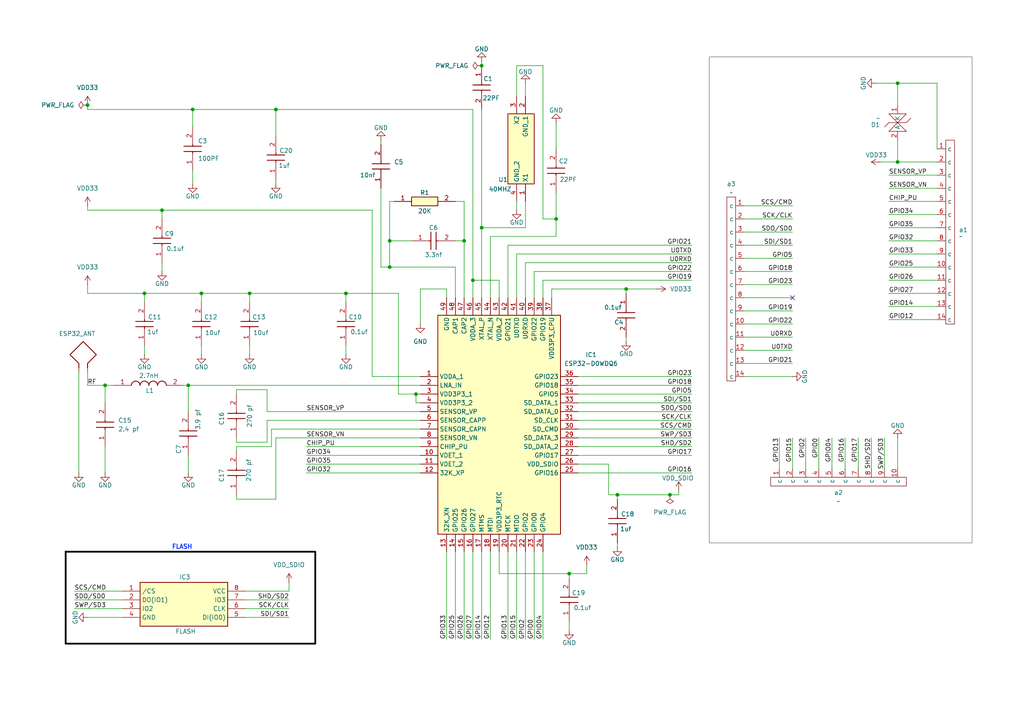
<source format=kicad_sch>
(kicad_sch (version 20231120) (generator "eeschema") (generator_version "8.0")
  (paper "A4")
  (title_block (title "ESP32") (date "2025-01-21") (rev "1/1") (company "SURE TRUST") (comment 1 "ESP32_D0WD_V3"))
  (junction (at 260.35 46.99))
  (junction (at 100.33 85.09))
  (junction (at 181.61 83.82))
  (junction (at 113.03 77.47))
  (junction (at 41.91 85.09))
  (junction (at 179.07 143.51))
  (junction (at 25.4 30.48))
  (junction (at 139.7 19.05))
  (junction (at 137.16 81.28))
  (junction (at 54.61 111.76))
  (junction (at 46.99 60.96))
  (junction (at 161.29 63.5))
  (junction (at 139.7 66.04))
  (junction (at 260.35 24.13))
  (junction (at 80.01 31.75))
  (junction (at 194.31 143.51))
  (junction (at 120.65 114.3))
  (junction (at 134.62 69.85))
  (junction (at 30.48 111.76))
  (junction (at 58.42 85.09))
  (junction (at 72.39 85.09))
  (junction (at 165.1 166.37))
  (junction (at 113.03 69.85))
  (junction (at 55.88 31.75))
  (no_connect (at 229.87 86.36))
  (wire (pts (xy 58.42 100.33) (xy 58.42 102.87)))
  (wire (pts (xy 176.53 134.62) (xy 176.53 143.51)))
  (wire (pts (xy 215.9 101.6) (xy 229.87 101.6)))
  (wire (pts (xy 113.03 69.85) (xy 113.03 77.47)))
  (wire (pts (xy 107.95 109.22) (xy 121.92 109.22)))
  (wire (pts (xy 154.94 160.02) (xy 154.94 185.42)))
  (wire (pts (xy 154.94 86.36) (xy 154.94 78.74)))
  (wire (pts (xy 129.54 185.42) (xy 129.54 160.02)))
  (wire (pts (xy 152.4 66.04) (xy 152.4 58.42)))
  (wire (pts (xy 215.9 86.36) (xy 229.87 86.36)))
  (wire (pts (xy 157.48 63.5) (xy 161.29 63.5)))
  (wire (pts (xy 144.78 81.28) (xy 137.16 81.28)))
  (wire (pts (xy 257.81 58.42) (xy 271.78 58.42)))
  (wire (pts (xy 167.64 109.22) (xy 200.66 109.22)))
  (wire (pts (xy 77.47 119.38) (xy 77.47 113.03)))
  (wire (pts (xy 72.39 87.63) (xy 72.39 85.09)))
  (wire (pts (xy 121.92 83.82) (xy 121.92 93.98)))
  (wire (pts (xy 226.06 127) (xy 226.06 135.89)))
  (wire (pts (xy 134.62 58.42) (xy 132.08 58.42)))
  (wire (pts (xy 257.81 92.71) (xy 271.78 92.71)))
  (wire (pts (xy 260.35 127) (xy 260.35 135.89)))
  (wire (pts (xy 41.91 85.09) (xy 41.91 87.63)))
  (wire (pts (xy 113.03 58.42) (xy 113.03 69.85)))
  (wire (pts (xy 71.12 173.99) (xy 83.82 173.99)))
  (wire (pts (xy 149.86 27.94) (xy 149.86 19.05)))
  (wire (pts (xy 152.4 86.36) (xy 152.4 76.2)))
  (wire (pts (xy 165.1 180.34) (xy 165.1 182.88)))
  (wire (pts (xy 147.32 71.12) (xy 200.66 71.12)))
  (wire (pts (xy 30.48 111.76) (xy 33.02 111.76)))
  (wire (pts (xy 167.64 127) (xy 200.66 127)))
  (wire (pts (xy 137.16 81.28) (xy 137.16 86.36)))
  (wire (pts (xy 252.73 127) (xy 252.73 135.89)))
  (wire (pts (xy 78.74 124.46) (xy 121.92 124.46)))
  (wire (pts (xy 58.42 85.09) (xy 72.39 85.09)))
  (wire (pts (xy 142.24 68.58) (xy 142.24 86.36)))
  (wire (pts (xy 179.07 143.51) (xy 194.31 143.51)))
  (wire (pts (xy 137.16 31.75) (xy 137.16 81.28)))
  (wire (pts (xy 120.65 116.84) (xy 120.65 114.3)))
  (wire (pts (xy 25.4 111.76) (xy 30.48 111.76)))
  (wire (pts (xy 129.54 83.82) (xy 129.54 86.36)))
  (wire (pts (xy 41.91 85.09) (xy 25.4 85.09)))
  (wire (pts (xy 25.4 82.55) (xy 25.4 85.09)))
  (wire (pts (xy 77.47 128.27) (xy 77.47 121.92)))
  (wire (pts (xy 46.99 76.2) (xy 46.99 78.74)))
  (wire (pts (xy 161.29 63.5) (xy 161.29 68.58)))
  (wire (pts (xy 78.74 129.54) (xy 78.74 124.46)))
  (wire (pts (xy 152.4 24.13) (xy 152.4 27.94)))
  (wire (pts (xy 215.9 93.98) (xy 229.87 93.98)))
  (wire (pts (xy 167.64 134.62) (xy 176.53 134.62)))
  (wire (pts (xy 257.81 85.09) (xy 271.78 85.09)))
  (wire (pts (xy 257.81 66.04) (xy 271.78 66.04)))
  (wire (pts (xy 80.01 31.75) (xy 137.16 31.75)))
  (wire (pts (xy 167.64 124.46) (xy 200.66 124.46)))
  (wire (pts (xy 68.58 113.03) (xy 68.58 114.3)))
  (wire (pts (xy 152.4 76.2) (xy 200.66 76.2)))
  (wire (pts (xy 25.4 31.75) (xy 25.4 30.48)))
  (wire (pts (xy 30.48 111.76) (xy 30.48 116.84)))
  (wire (pts (xy 257.81 77.47) (xy 271.78 77.47)))
  (wire (pts (xy 142.24 160.02) (xy 142.24 185.42)))
  (wire (pts (xy 58.42 85.09) (xy 58.42 87.63)))
  (wire (pts (xy 41.91 100.33) (xy 41.91 102.87)))
  (wire (pts (xy 167.64 132.08) (xy 200.66 132.08)))
  (wire (pts (xy 215.9 67.31) (xy 229.87 67.31)))
  (wire (pts (xy 167.64 114.3) (xy 200.66 114.3)))
  (wire (pts (xy 271.78 43.18) (xy 271.78 24.13)))
  (wire (pts (xy 55.88 31.75) (xy 55.88 36.83)))
  (wire (pts (xy 134.62 160.02) (xy 134.62 185.42)))
  (wire (pts (xy 181.61 83.82) (xy 181.61 85.09)))
  (wire (pts (xy 25.4 31.75) (xy 55.88 31.75)))
  (wire (pts (xy 149.86 86.36) (xy 149.86 73.66)))
  (wire (pts (xy 46.99 60.96) (xy 107.95 60.96)))
  (wire (pts (xy 139.7 66.04) (xy 152.4 66.04)))
  (wire (pts (xy 139.7 19.05) (xy 139.7 17.78)))
  (wire (pts (xy 88.9 129.54) (xy 121.92 129.54)))
  (wire (pts (xy 80.01 52.07) (xy 80.01 53.34)))
  (wire (pts (xy 144.78 160.02) (xy 144.78 166.37)))
  (wire (pts (xy 233.68 127) (xy 233.68 135.89)))
  (wire (pts (xy 144.78 86.36) (xy 144.78 81.28)))
  (wire (pts (xy 167.64 137.16) (xy 200.66 137.16)))
  (wire (pts (xy 167.64 121.92) (xy 200.66 121.92)))
  (wire (pts (xy 215.9 63.5) (xy 229.87 63.5)))
  (wire (pts (xy 54.61 132.08) (xy 54.61 137.16)))
  (wire (pts (xy 147.32 86.36) (xy 147.32 71.12)))
  (wire (pts (xy 21.59 176.53) (xy 35.56 176.53)))
  (wire (pts (xy 139.7 160.02) (xy 139.7 185.42)))
  (wire (pts (xy 53.34 111.76) (xy 54.61 111.76)))
  (wire (pts (xy 25.4 107.95) (xy 25.4 111.76)))
  (wire (pts (xy 154.94 78.74) (xy 200.66 78.74)))
  (wire (pts (xy 256.54 127) (xy 256.54 135.89)))
  (wire (pts (xy 165.1 166.37) (xy 165.1 167.64)))
  (wire (pts (xy 161.29 35.56) (xy 161.29 43.18)))
  (wire (pts (xy 196.85 143.51) (xy 196.85 142.24)))
  (wire (pts (xy 257.81 73.66) (xy 271.78 73.66)))
  (wire (pts (xy 160.02 86.36) (xy 160.02 83.82)))
  (wire (pts (xy 181.61 83.82) (xy 190.5 83.82)))
  (wire (pts (xy 71.12 171.45) (xy 83.82 171.45)))
  (wire (pts (xy 167.64 129.54) (xy 200.66 129.54)))
  (wire (pts (xy 71.12 176.53) (xy 83.82 176.53)))
  (wire (pts (xy 22.86 107.95) (xy 22.86 137.16)))
  (wire (pts (xy 68.58 128.27) (xy 77.47 128.27)))
  (wire (pts (xy 129.54 83.82) (xy 121.92 83.82)))
  (wire (pts (xy 100.33 85.09) (xy 115.57 85.09)))
  (wire (pts (xy 132.08 69.85) (xy 134.62 69.85)))
  (wire (pts (xy 88.9 137.16) (xy 121.92 137.16)))
  (wire (pts (xy 21.59 171.45) (xy 35.56 171.45)))
  (wire (pts (xy 110.49 41.91) (xy 110.49 40.64)))
  (wire (pts (xy 110.49 77.47) (xy 110.49 54.61)))
  (wire (pts (xy 157.48 86.36) (xy 157.48 81.28)))
  (wire (pts (xy 215.9 109.22) (xy 229.87 109.22)))
  (wire (pts (xy 170.18 163.83) (xy 170.18 166.37)))
  (wire (pts (xy 68.58 144.78) (xy 68.58 143.51)))
  (wire (pts (xy 142.24 68.58) (xy 161.29 68.58)))
  (wire (pts (xy 21.59 173.99) (xy 35.56 173.99)))
  (wire (pts (xy 132.08 77.47) (xy 132.08 86.36)))
  (wire (pts (xy 46.99 60.96) (xy 46.99 63.5)))
  (wire (pts (xy 113.03 69.85) (xy 119.38 69.85)))
  (wire (pts (xy 181.61 97.79) (xy 181.61 99.06)))
  (wire (pts (xy 257.81 88.9) (xy 271.78 88.9)))
  (wire (pts (xy 157.48 19.05) (xy 157.48 63.5)))
  (wire (pts (xy 113.03 58.42) (xy 114.3 58.42)))
  (wire (pts (xy 147.32 160.02) (xy 147.32 185.42)))
  (wire (pts (xy 80.01 144.78) (xy 68.58 144.78)))
  (wire (pts (xy 77.47 113.03) (xy 68.58 113.03)))
  (wire (pts (xy 107.95 109.22) (xy 107.95 60.96)))
  (wire (pts (xy 215.9 78.74) (xy 229.87 78.74)))
  (wire (pts (xy 134.62 58.42) (xy 134.62 69.85)))
  (wire (pts (xy 255.27 46.99) (xy 260.35 46.99)))
  (wire (pts (xy 80.01 31.75) (xy 80.01 39.37)))
  (wire (pts (xy 54.61 111.76) (xy 54.61 119.38)))
  (wire (pts (xy 100.33 100.33) (xy 100.33 102.87)))
  (wire (pts (xy 257.81 81.28) (xy 271.78 81.28)))
  (wire (pts (xy 113.03 77.47) (xy 132.08 77.47)))
  (wire (pts (xy 88.9 134.62) (xy 121.92 134.62)))
  (wire (pts (xy 25.4 60.96) (xy 25.4 59.69)))
  (wire (pts (xy 215.9 59.69) (xy 229.87 59.69)))
  (wire (pts (xy 55.88 49.53) (xy 55.88 53.34)))
  (wire (pts (xy 241.3 127) (xy 241.3 135.89)))
  (wire (pts (xy 115.57 85.09) (xy 115.57 114.3)))
  (wire (pts (xy 149.86 58.42) (xy 149.86 60.96)))
  (wire (pts (xy 58.42 85.09) (xy 41.91 85.09)))
  (wire (pts (xy 260.35 40.64) (xy 260.35 46.99)))
  (wire (pts (xy 149.86 160.02) (xy 149.86 185.42)))
  (wire (pts (xy 257.81 62.23) (xy 271.78 62.23)))
  (wire (pts (xy 149.86 19.05) (xy 157.48 19.05)))
  (wire (pts (xy 110.49 77.47) (xy 113.03 77.47)))
  (wire (pts (xy 120.65 114.3) (xy 115.57 114.3)))
  (wire (pts (xy 167.64 116.84) (xy 200.66 116.84)))
  (wire (pts (xy 215.9 97.79) (xy 229.87 97.79)))
  (wire (pts (xy 245.11 127) (xy 245.11 135.89)))
  (wire (pts (xy 121.92 116.84) (xy 120.65 116.84)))
  (wire (pts (xy 25.4 179.07) (xy 35.56 179.07)))
  (wire (pts (xy 179.07 157.48) (xy 179.07 158.75)))
  (wire (pts (xy 80.01 127) (xy 121.92 127)))
  (wire (pts (xy 215.9 71.12) (xy 229.87 71.12)))
  (wire (pts (xy 77.47 119.38) (xy 121.92 119.38)))
  (wire (pts (xy 55.88 31.75) (xy 80.01 31.75)))
  (wire (pts (xy 100.33 85.09) (xy 100.33 87.63)))
  (wire (pts (xy 161.29 55.88) (xy 161.29 63.5)))
  (wire (pts (xy 149.86 73.66) (xy 200.66 73.66)))
  (wire (pts (xy 248.92 127) (xy 248.92 135.89)))
  (wire (pts (xy 165.1 166.37) (xy 170.18 166.37)))
  (wire (pts (xy 157.48 160.02) (xy 157.48 185.42)))
  (wire (pts (xy 215.9 82.55) (xy 229.87 82.55)))
  (wire (pts (xy 167.64 119.38) (xy 200.66 119.38)))
  (wire (pts (xy 260.35 24.13) (xy 271.78 24.13)))
  (wire (pts (xy 260.35 46.99) (xy 271.78 46.99)))
  (wire (pts (xy 160.02 83.82) (xy 181.61 83.82)))
  (wire (pts (xy 257.81 54.61) (xy 271.78 54.61)))
  (wire (pts (xy 68.58 128.27) (xy 68.58 127)))
  (wire (pts (xy 194.31 143.51) (xy 196.85 143.51)))
  (wire (pts (xy 72.39 100.33) (xy 72.39 102.87)))
  (wire (pts (xy 215.9 90.17) (xy 229.87 90.17)))
  (wire (pts (xy 167.64 111.76) (xy 200.66 111.76)))
  (wire (pts (xy 257.81 50.8) (xy 271.78 50.8)))
  (wire (pts (xy 25.4 60.96) (xy 46.99 60.96)))
  (wire (pts (xy 139.7 66.04) (xy 139.7 86.36)))
  (wire (pts (xy 176.53 143.51) (xy 179.07 143.51)))
  (wire (pts (xy 120.65 114.3) (xy 121.92 114.3)))
  (wire (pts (xy 88.9 132.08) (xy 121.92 132.08)))
  (wire (pts (xy 157.48 81.28) (xy 200.66 81.28)))
  (wire (pts (xy 134.62 69.85) (xy 134.62 86.36)))
  (wire (pts (xy 229.87 127) (xy 229.87 135.89)))
  (wire (pts (xy 132.08 185.42) (xy 132.08 160.02)))
  (wire (pts (xy 257.81 69.85) (xy 271.78 69.85)))
  (wire (pts (xy 139.7 66.04) (xy 139.7 31.75)))
  (wire (pts (xy 83.82 168.91) (xy 83.82 171.45)))
  (wire (pts (xy 71.12 179.07) (xy 83.82 179.07)))
  (wire (pts (xy 68.58 129.54) (xy 78.74 129.54)))
  (wire (pts (xy 152.4 160.02) (xy 152.4 185.42)))
  (wire (pts (xy 254 24.13) (xy 260.35 24.13)))
  (wire (pts (xy 215.9 105.41) (xy 229.87 105.41)))
  (wire (pts (xy 77.47 121.92) (xy 121.92 121.92)))
  (wire (pts (xy 68.58 130.81) (xy 68.58 129.54)))
  (wire (pts (xy 80.01 127) (xy 80.01 144.78)))
  (wire (pts (xy 237.49 127) (xy 237.49 135.89)))
  (wire (pts (xy 30.48 129.54) (xy 30.48 137.16)))
  (wire (pts (xy 260.35 24.13) (xy 260.35 30.48)))
  (wire (pts (xy 72.39 85.09) (xy 100.33 85.09)))
  (wire (pts (xy 137.16 160.02) (xy 137.16 185.42)))
  (wire (pts (xy 215.9 74.93) (xy 229.87 74.93)))
  (wire (pts (xy 144.78 166.37) (xy 165.1 166.37)))
  (wire (pts (xy 179.07 143.51) (xy 179.07 144.78)))
  (wire (pts (xy 54.61 111.76) (xy 121.92 111.76)))
  (rectangle (start 205.74 16.51) (end 281.94 157.48) (stroke (width 0.0254) (color 0 0 0 1)))
  (rectangle (start 19.05 160.02) (end 91.44 186.69) (stroke (width 0.508) (color 4 0 0 1)))
  (text "FLASH" (at 52.832 158.75 0) (effects (font (size 1.27 1.27) (thickness 0.254) (bold yes))))
  (label "SENSOR_VN" (at 257.81 54.61 0))
  (label "SWP{slash}SD3" (at 256.54 127 270))
  (label "GPIO04" (at 241.3 127 270))
  (label "SDI{slash}SD1" (at 229.87 71.12 180))
  (label "GPIO14" (at 139.7 185.42 90))
  (label "GPIO32" (at 88.9 137.16 0))
  (label "GPIO27" (at 137.16 185.42 90))
  (label "SCS{slash}CMD" (at 21.59 171.45 0))
  (label "SDI{slash}SD1" (at 83.82 179.07 180))
  (label "SWP{slash}SD3" (at 200.66 127 180))
  (label "GPIO13" (at 147.32 185.42 90))
  (label "GPIO33" (at 129.54 185.42 90))
  (label "GPIO15" (at 149.86 185.42 90))
  (label "GPIO17" (at 248.92 127 270))
  (label "GPIO14" (at 257.81 88.9 0))
  (label "SENSOR_VP" (at 88.9 119.38 0))
  (label "GPIO16" (at 200.66 137.16 180))
  (label "GPIO26" (at 257.81 81.28 0))
  (label "GPIO17" (at 200.66 132.08 180))
  (label "SENSOR_VN" (at 88.9 127 0))
  (label "GPIO21" (at 229.87 105.41 180))
  (label "SCK{slash}CLK" (at 229.87 63.5 180))
  (label "GPIO13" (at 226.06 127 270))
  (label "GPIO25" (at 132.08 185.42 90))
  (label "GPIO5" (at 200.66 114.3 180))
  (label "GPIO27" (at 257.81 85.09 0))
  (label "SHD{slash}SD2" (at 200.66 129.54 180))
  (label "GPIO34" (at 88.9 132.08 0))
  (label "GPIO35" (at 88.9 134.62 0))
  (label "GPIO22" (at 200.66 78.74 180))
  (label "GPIO0" (at 237.49 127 270))
  (label "SDO{slash}SD0" (at 21.59 173.99 0))
  (label "GPIO33" (at 257.81 73.66 0))
  (label "SWP{slash}SD3" (at 21.59 176.53 0))
  (label "RF" (at 25.4 111.76 0))
  (label "CHIP_PU" (at 257.81 58.42 0))
  (label "CHIP_PU" (at 88.9 129.54 0))
  (label "GPIO0" (at 154.94 185.42 90))
  (label "GPIO15" (at 229.87 127 270))
  (label "SDI{slash}SD1" (at 200.66 116.84 180))
  (label "SDO{slash}SD0" (at 229.87 67.31 180))
  (label "GPIO34" (at 257.81 62.23 0))
  (label "U0RXD" (at 229.87 97.79 180))
  (label "GPIO12" (at 142.24 185.42 90))
  (label "GPIO18" (at 229.87 78.74 180))
  (label "GPIO32" (at 257.81 69.85 0))
  (label "SENSOR_VP" (at 257.81 50.8 0))
  (label "SCK{slash}CLK" (at 83.82 176.53 180))
  (label "SHD{slash}SD2" (at 252.73 127 270))
  (label "GPIO21" (at 200.66 71.12 180))
  (label "GPIO23" (at 200.66 109.22 180))
  (label "GPIO16" (at 245.11 127 270))
  (label "GPIO2" (at 233.68 127 270))
  (label "GPIO12" (at 257.81 92.71 0))
  (label "SDO{slash}SD0" (at 200.66 119.38 180))
  (label "U0TXD" (at 200.66 73.66 180))
  (label "GPIO22" (at 229.87 93.98 180))
  (label "U0RXD" (at 200.66 76.2 180))
  (label "GPIO2" (at 152.4 185.42 90))
  (label "GPIO18" (at 200.66 111.76 180))
  (label "GPIO19" (at 229.87 90.17 180))
  (label "SCS{slash}CMD" (at 200.66 124.46 180))
  (label "GPIO5" (at 229.87 74.93 180))
  (label "SHD{slash}SD2" (at 83.82 173.99 180))
  (label "GPIO35" (at 257.81 66.04 0))
  (label "GPIO25" (at 257.81 77.47 0))
  (label "GPIO19" (at 200.66 81.28 180))
  (label "SCS{slash}CMD" (at 229.87 59.69 180))
  (label "GPIO26" (at 134.62 185.42 90))
  (label "GPIO23" (at 229.87 82.55 180))
  (label "GPIO04" (at 157.48 185.42 90))
  (label "SCK{slash}CLK" (at 200.66 121.92 180))
  (label "U0TXD" (at 229.87 101.6 180))
  (symbol (lib_id "power:GND") (at 30.48 137.16 0) (unit 1)
    (property "Reference" "#PWR023" (effects (hide yes)))
    (property "Value" "GND" (at 30.48 140.716 0))
    (property "Description" "Power symbol creates a global label with name \"GND\" , ground" (effects (hide yes)))
  )
  (symbol (lib_id "power:GND") (at 80.01 53.34 0) (unit 1)
    (property "Reference" "#PWR09" (effects (hide yes)))
    (property "Value" "GND" (at 80.01 56.896 0))
    (property "Description" "Power symbol creates a global label with name \"GND\" , ground" (effects (hide yes)))
  )
  (symbol (lib_id "global symbol library:MSASJ021SB5103KWNA01") (at 110.49 54.61 90) (unit 1)
    (property "Reference" "C5" (at 114.3 46.9899 90) (effects (justify right)))
    (property "Value" "10nf" (at 104.394 50.8 90) (effects (justify right)))
    (property "Footprint" "global footprint library:MSASJ021SB5103KWNA01" (effects (hide yes)))
    (property "Datasheet" "https://ds.yuden.co.jp/TYCOMPAS/or/detail?pn=MSASJ021SB5103KWNA01&u=I" (effects (hide yes)))
    (property "Description" "Multilayer Ceramic Capacitors MLCC - SMD/SMT 6.3V 0.01uF X5R 00804 10%" (effects (hide yes)))
    (property "Height" "0.138" (effects (hide yes)))
    (property "Manufacturer_Name" "TAIYO YUDEN" (effects (hide yes)))
    (property "Manufacturer_Part_Number" "MSASJ021SB5103KWNA01" (effects (hide yes)))
  )
  (symbol (lib_id "Device:Antenna_Loop") (at 25.4 102.87 0) (mirror y) (unit 1)
    (property "Reference" "AE1" (effects (hide yes)))
    (property "Value" "ESP32_ANT" (at 27.686 96.774 0) (effects (justify left)))
    (property "Footprint" "global footprint library:ESP32_ANT" (effects (hide yes)))
    (property "Description" "Loop antenna" (effects (hide yes)))
  )
  (symbol (lib_id "power:GND") (at 110.49 40.64 180) (unit 1)
    (property "Reference" "#PWR022" (effects (hide yes)))
    (property "Value" "GND" (at 110.49 37.084 0))
    (property "Description" "Power symbol creates a global label with name \"GND\" , ground" (effects (hide yes)))
  )
  (symbol (lib_id "global symbol library:GRM033R71E271KA01D") (at 68.58 127 90) (unit 1)
    (property "Reference" "C16" (at 64.262 121.412 0))
    (property "Value" "270 pf" (at 72.39 120.65 0))
    (property "Footprint" "global footprint library:GRM033R71E271KA01D" (effects (hide yes)))
    (property "Datasheet" "https://search.murata.co.jp/Ceramy/image/img/A01X/G101/ENG/GRM033R71E271KA01-01A.pdf" (effects (hide yes)))
    (property "Description" "Chip Capacitor value 271" (effects (hide yes)))
    (property "Height" "0.33" (effects (hide yes)))
    (property "Manufacturer_Name" "Murata Electronics" (effects (hide yes)))
    (property "Manufacturer_Part_Number" "GRM033R71E271KA01D" (effects (hide yes)))
  )
  (symbol (lib_id "power:PWR_FLAG") (at 194.31 143.51 180) (unit 1)
    (property "Reference" "#FLG03" (effects (hide yes)))
    (property "Value" "PWR_FLAG" (at 194.31 148.59 0))
    (property "Description" "Special symbol for telling ERC where power comes from" (effects (hide yes)))
  )
  (symbol (lib_id "power:GND") (at 46.99 78.74 0) (unit 1)
    (property "Reference" "#PWR07" (effects (hide yes)))
    (property "Value" "GND" (at 46.99 82.296 0))
    (property "Description" "Power symbol creates a global label with name \"GND\" , ground" (effects (hide yes)))
  )
  (symbol (lib_id "global symbol library:GRM21BR61E106KA73L") (at 72.39 100.33 90) (unit 1)
    (property "Reference" "C13" (at 73.152 91.948 90) (effects (justify right)))
    (property "Value" "10uf" (at 73.406 96.52 90) (effects (justify right)))
    (property "Footprint" "global footprint library:GRM21BR61E106KA73L" (effects (hide yes)))
    (property "Datasheet" "https://search.murata.co.jp/Ceramy/image/img/A01X/G101/ENG/GRM21BR61E106KA73-01A.pdf" (effects (hide yes)))
    (property "Description" "Ceramic Capacitors MLCC 0805 10uF 25V Murata 0805 GRM 10uF Ceramic Multilayer Capacitor, 25 V dc, +85C, X5R Dielectric, +/-10% SMD" (effects (hide yes)))
    (property "Height" "1.45" (effects (hide yes)))
    (property "Manufacturer_Name" "Murata Electronics" (effects (hide yes)))
    (property "Manufacturer_Part_Number" "GRM21BR61E106KA73L" (effects (hide yes)))
    (property "Mouser Part Number" "81-GRM21BR61E106KA3L" (effects (hide yes)))
    (property "Mouser Price/Stock" "https://www.mouser.co.uk/ProductDetail/Murata-Electronics/GRM21BR61E106KA73L?qs=Uw8ySfEHS7LOsCQEzvRcNg%3D%3D" (effects (hide yes)))
    (property "Arrow Part Number" "GRM21BR61E106KA73L" (effects (hide yes)))
    (property "Arrow Price/Stock" "https://www.arrow.com/en/products/grm21br61e106ka73l/murata-manufacturing?utm_currency=USD&region=nac" (effects (hide yes)))
  )
  (symbol (lib_id "global symbol library:ESD3.3V88D-C") (at 260.35 35.56 90) (unit 1)
    (property "Reference" "D1" (at 255.27 36.1951 90) (effects (justify left)))
    (property "Value" "~" (at 255.27 34.29 90) (effects (justify left)))
    (property "Footprint" "global footprint library:ESD3.3V88D-C" (effects (hide yes)))
  )
  (symbol (lib_id "global symbol library:W25Q32JVSSIQ_TR") (at 35.56 171.45 0) (unit 1)
    (property "Reference" "IC3" (at 53.594 167.386 0))
    (property "Value" "FLASH" (at 53.848 183.134 0))
    (property "Footprint" "global footprint library:W25Q32JVSSIQ_TR" (effects (hide yes)))
    (property "Datasheet" "https://www.winbond.com/resource-files/w25q32jv%20spi%20revc%2008302016.pdf" (effects (hide yes)))
    (property "Description" "NOR Flash spiFlash, 32M-bit, DTR, 4Kb Uniform Sector" (effects (hide yes)))
    (property "Height" "2.16" (effects (hide yes)))
    (property "Manufacturer_Name" "Winbond" (effects (hide yes)))
    (property "Manufacturer_Part_Number" "W25Q32JVSSIQ TR" (effects (hide yes)))
    (property "Mouser Part Number" "454-W25Q32JVSSIQTR" (effects (hide yes)))
    (property "Mouser Price/Stock" "https://www.mouser.co.uk/ProductDetail/Winbond/W25Q32JVSSIQ-TR?qs=qSfuJ%252Bfl%2Fd73AdQzQa%2FEuA%3D%3D" (effects (hide yes)))
    (property "Arrow Part Number" "W25Q32JVSSIQ TR" (effects (hide yes)))
    (property "Arrow Price/Stock" "https://www.arrow.com/en/products/w25q32jvssiqtr/winbond-electronics?utm_currency=USD&region=nac" (effects (hide yes)))
  )
  (symbol (lib_id "power:VDD") (at 25.4 82.55 0) (unit 1)
    (property "Reference" "#PWR011" (effects (hide yes)))
    (property "Value" "VDD33" (at 25.4 77.47 0))
    (property "Description" "Power symbol creates a global label with name \"VDD\"" (effects (hide yes)))
  )
  (symbol (lib_id "power:GND") (at 165.1 182.88 0) (unit 1)
    (property "Reference" "#PWR018" (effects (hide yes)))
    (property "Value" "GND" (at 165.1 186.436 0))
    (property "Description" "Power symbol creates a global label with name \"GND\" , ground" (effects (hide yes)))
  )
  (symbol (lib_id "power:GND") (at 22.86 137.16 0) (unit 1)
    (property "Reference" "#PWR025" (effects (hide yes)))
    (property "Value" "GND" (at 22.86 140.716 0))
    (property "Description" "Power symbol creates a global label with name \"GND\" , ground" (effects (hide yes)))
  )
  (symbol (lib_id "global symbol library:ESP32-D0WDQ6") (at 121.92 109.22 0) (unit 1)
    (property "Reference" "IC1" (at 171.45 102.9014 0))
    (property "Value" "ESP32-D0WDQ6" (at 171.45 105.4414 0))
    (property "Footprint" "global footprint library:ESP32-D0WDQ6" (effects (hide yes)))
    (property "Datasheet" "https://www.espressif.com/sites/default/files/documentation/esp32_datasheet_en.pdf" (effects (hide yes)))
    (property "Description" "RF System on a Chip - SoC SMD IC ESP32-D0WDQ6, Dual Core MCU, WiFi & Bluetooth Combo, QFN48-pin, 6*6mm" (effects (hide yes)))
    (property "Height" "0.9" (effects (hide yes)))
    (property "Manufacturer_Name" "Espressif Systems" (effects (hide yes)))
    (property "Manufacturer_Part_Number" "ESP32-D0WDQ6" (effects (hide yes)))
    (property "Mouser Part Number" "356-ESP32-D0WDQ6" (effects (hide yes)))
    (property "Mouser Price/Stock" "https://www.mouser.co.uk/ProductDetail/Espressif-Systems/ESP32-D0WDQ6?qs=chTDxNqvsykWgzfXx0gR%252BQ%3D%3D" (effects (hide yes)))
  )
  (symbol (lib_id "power:GND") (at 254 24.13 270) (unit 1)
    (property "Reference" "#PWR029" (effects (hide yes)))
    (property "Value" "GND" (at 250.444 24.13 0))
    (property "Description" "Power symbol creates a global label with name \"GND\" , ground" (effects (hide yes)))
  )
  (symbol (lib_id "global symbol library:ERJ-XGNJ203Y") (at 114.3 58.42 0) (unit 1)
    (property "Reference" "R1" (at 123.19 55.88 0))
    (property "Value" "20K" (at 123.19 61.214 0))
    (property "Footprint" "global footprint library:ERJ-XGNJ203Y" (effects (hide yes)))
    (property "Datasheet" "https://industrial.panasonic.com/cdbs/www-data/pdf/RDA0000/AOA0000C301.pdf" (effects (hide yes)))
    (property "Description" "Thick Film Chip Resistor, 0201, 0.05W" (effects (hide yes)))
    (property "Height" "0.15" (effects (hide yes)))
    (property "Manufacturer_Name" "Panasonic" (effects (hide yes)))
    (property "Manufacturer_Part_Number" "ERJ-XGNJ203Y" (effects (hide yes)))
    (property "Mouser Part Number" "667-ERJ-XGNJ203Y" (effects (hide yes)))
    (property "Mouser Price/Stock" "https://www.mouser.co.uk/ProductDetail/Panasonic/ERJ-XGNJ203Y?qs=9gtMhpKs0nH2W24XOYxqvQ%3D%3D" (effects (hide yes)))
  )
  (symbol (lib_id "power:VDDA") (at 83.82 168.91 0) (unit 1)
    (property "Reference" "#PWR030" (effects (hide yes)))
    (property "Value" "VDD_SDIO" (at 83.82 163.83 0))
    (property "Description" "Power symbol creates a global label with name \"VDDA\"" (effects (hide yes)))
  )
  (symbol (lib_id "global symbol library:GRM033R60J105MEA2D") (at 179.07 157.48 90) (unit 1)
    (property "Reference" "C18" (at 180.086 149.098 90) (effects (justify right)))
    (property "Value" "1uf" (at 179.832 153.416 90) (effects (justify right)))
    (property "Footprint" "global footprint library:GRM033R60J105MEA2D" (effects (hide yes)))
    (property "Datasheet" "https://search.murata.co.jp/Ceramy/image/img/A01X/G101/ENG/GRM033R60J105MEA2-61A.pdf" (effects (hide yes)))
    (property "Description" "Capacitor MLCC GRM 0201 1uF 6.3V X5R Murata 0201 GRM 1uF Ceramic Multilayer Capacitor, 6.3 V, +85C, X5R Dielectric, +/-20% SMD" (effects (hide yes)))
    (property "Height" "0.33" (effects (hide yes)))
    (property "Manufacturer_Name" "Murata Electronics" (effects (hide yes)))
    (property "Manufacturer_Part_Number" "GRM033R60J105MEA2D" (effects (hide yes)))
    (property "Mouser Part Number" "81-GRM033R60J105ME2D" (effects (hide yes)))
    (property "Mouser Price/Stock" "https://www.mouser.co.uk/ProductDetail/Murata-Electronics/GRM033R60J105MEA2D?qs=07yfQVYDK7uCNboOI%2Fj8pQ%3D%3D" (effects (hide yes)))
    (property "Arrow Part Number" "GRM033R60J105MEA2D" (effects (hide yes)))
    (property "Arrow Price/Stock" "https://www.arrow.com/en/products/grm033r60j105mea2d/murata-manufacturing?region=nac" (effects (hide yes)))
  )
  (symbol (lib_id "power:VDD") (at 255.27 46.99 90) (unit 1)
    (property "Reference" "#PWR031" (effects (hide yes)))
    (property "Value" "VDD33" (at 257.302 44.958 90) (effects (justify left)))
    (property "Description" "Power symbol creates a global label with name \"VDD\"" (effects (hide yes)))
  )
  (symbol (lib_id "power:GND") (at 72.39 102.87 0) (unit 1)
    (property "Reference" "#PWR014" (effects (hide yes)))
    (property "Value" "GND" (at 72.39 106.426 0))
    (property "Description" "Power symbol creates a global label with name \"GND\" , ground" (effects (hide yes)))
  )
  (symbol (lib_id "global symbol library:GRM033C81E104KE14D") (at 181.61 85.09 270) (unit 1)
    (property "Reference" "C4" (at 180.848 93.472 90) (effects (justify right)))
    (property "Value" "0.1uf" (at 180.34 89.154 90) (effects (justify right)))
    (property "Footprint" "global footprint library:GRM033C81E104KE14D" (effects (hide yes)))
    (property "Datasheet" "https://search.murata.co.jp/Ceramy/image/img/A01X/G101/ENG/GRM033C81E104KE14-01A.pdf" (effects (hide yes)))
    (property "Description" "Multilayer Ceramic Capacitors MLCC - SMD/SMT 0201 0.10uF 25volts *Derate Voltage/Temp" (effects (hide yes)))
    (property "Height" "0.33" (effects (hide yes)))
    (property "Manufacturer_Name" "Murata Electronics" (effects (hide yes)))
    (property "Manufacturer_Part_Number" "GRM033C81E104KE14D" (effects (hide yes)))
    (property "Mouser Part Number" "81-GRM33C81E104KE14D" (effects (hide yes)))
    (property "Mouser Price/Stock" "https://www.mouser.co.uk/ProductDetail/Murata-Electronics/GRM033C81E104KE14D?qs=P%2FC4Eoq9CDwxe7d5nXqGrA%3D%3D" (effects (hide yes)))
    (property "Arrow Part Number" "GRM033C81E104KE14D" (effects (hide yes)))
    (property "Arrow Price/Stock" "https://www.arrow.com/en/products/grm033c81e104ke14d/murata-manufacturing" (effects (hide yes)))
  )
  (symbol (lib_id "power:GND") (at 181.61 99.06 0) (unit 1)
    (property "Reference" "#PWR017" (effects (hide yes)))
    (property "Value" "GND" (at 181.61 102.616 0))
    (property "Description" "Power symbol creates a global label with name \"GND\" , ground" (effects (hide yes)))
  )
  (symbol (lib_id "global symbol library:GRM0335C1H220JA01D") (at 139.7 19.05 270) (unit 1)
    (property "Reference" "C1" (at 140.208 22.86 90) (effects (justify left)))
    (property "Value" "22PF" (at 139.954 28.448 90) (effects (justify left)))
    (property "Footprint" "global footprint library:GRM0335C1H220JA01D" (effects (hide yes)))
    (property "Datasheet" "https://search.murata.co.jp/Ceramy/image/img/A01X/G101/ENG/GRM0335C1H220JA01-01A.pdf" (effects (hide yes)))
    (property "Description" "Murata 0201 GRM 22pF Ceramic Multilayer Capacitor, 50 V, +125C, C0G Dielectric, +/-5% SMD" (effects (hide yes)))
    (property "Height" "0.33" (effects (hide yes)))
    (property "Manufacturer_Name" "Murata Electronics" (effects (hide yes)))
    (property "Manufacturer_Part_Number" "GRM0335C1H220JA01D" (effects (hide yes)))
    (property "Mouser Part Number" "81-GRM0335C1H220JA1D" (effects (hide yes)))
    (property "Mouser Price/Stock" "https://www.mouser.co.uk/ProductDetail/Murata-Electronics/GRM0335C1H220JA01D?qs=WjGk7BNrzSHTRrKAPPVL5w%3D%3D" (effects (hide yes)))
    (property "Arrow Part Number" "GRM0335C1H220JA01D" (effects (hide yes)))
    (property "Arrow Price/Stock" "https://www.arrow.com/en/products/grm0335c1h220ja01d/murata-manufacturing" (effects (hide yes)))
  )
  (symbol (lib_id "power:PWR_FLAG") (at 139.7 19.05 90) (unit 1)
    (property "Reference" "#FLG02" (effects (hide yes)))
    (property "Value" "PWR_FLAG" (at 135.89 19.0499 90) (effects (justify left)))
    (property "Description" "Special symbol for telling ERC where power comes from" (effects (hide yes)))
  )
  (symbol (lib_id "global symbol library:GRM033C81E104KE14D") (at 46.99 76.2 90) (unit 1)
    (property "Reference" "C9" (at 47.752 67.818 90) (effects (justify right)))
    (property "Value" "0.1uf" (at 48.26 72.136 90) (effects (justify right)))
    (property "Footprint" "global footprint library:GRM033C81E104KE14D" (effects (hide yes)))
    (property "Datasheet" "https://search.murata.co.jp/Ceramy/image/img/A01X/G101/ENG/GRM033C81E104KE14-01A.pdf" (effects (hide yes)))
    (property "Description" "Multilayer Ceramic Capacitors MLCC - SMD/SMT 0201 0.10uF 25volts *Derate Voltage/Temp" (effects (hide yes)))
    (property "Height" "0.33" (effects (hide yes)))
    (property "Manufacturer_Name" "Murata Electronics" (effects (hide yes)))
    (property "Manufacturer_Part_Number" "GRM033C81E104KE14D" (effects (hide yes)))
    (property "Mouser Part Number" "81-GRM33C81E104KE14D" (effects (hide yes)))
    (property "Mouser Price/Stock" "https://www.mouser.co.uk/ProductDetail/Murata-Electronics/GRM033C81E104KE14D?qs=P%2FC4Eoq9CDwxe7d5nXqGrA%3D%3D" (effects (hide yes)))
    (property "Arrow Part Number" "GRM033C81E104KE14D" (effects (hide yes)))
    (property "Arrow Price/Stock" "https://www.arrow.com/en/products/grm033c81e104ke14d/murata-manufacturing" (effects (hide yes)))
  )
  (symbol (lib_id "global symbol library:GRM033R60J105MEA2D") (at 80.01 52.07 90) (unit 1)
    (property "Reference" "C20" (at 81.026 43.688 90) (effects (justify right)))
    (property "Value" "1uf" (at 80.772 48.006 90) (effects (justify right)))
    (property "Footprint" "global footprint library:GRM033R60J105MEA2D" (effects (hide yes)))
    (property "Datasheet" "https://search.murata.co.jp/Ceramy/image/img/A01X/G101/ENG/GRM033R60J105MEA2-61A.pdf" (effects (hide yes)))
    (property "Description" "Capacitor MLCC GRM 0201 1uF 6.3V X5R Murata 0201 GRM 1uF Ceramic Multilayer Capacitor, 6.3 V, +85C, X5R Dielectric, +/-20% SMD" (effects (hide yes)))
    (property "Height" "0.33" (effects (hide yes)))
    (property "Manufacturer_Name" "Murata Electronics" (effects (hide yes)))
    (property "Manufacturer_Part_Number" "GRM033R60J105MEA2D" (effects (hide yes)))
    (property "Mouser Part Number" "81-GRM033R60J105ME2D" (effects (hide yes)))
    (property "Mouser Price/Stock" "https://www.mouser.co.uk/ProductDetail/Murata-Electronics/GRM033R60J105MEA2D?qs=07yfQVYDK7uCNboOI%2Fj8pQ%3D%3D" (effects (hide yes)))
    (property "Arrow Part Number" "GRM033R60J105MEA2D" (effects (hide yes)))
    (property "Arrow Price/Stock" "https://www.arrow.com/en/products/grm033r60j105mea2d/murata-manufacturing?region=nac" (effects (hide yes)))
  )
  (symbol (lib_id "global symbol library:GRM033C81E104KE14D") (at 165.1 180.34 90) (unit 1)
    (property "Reference" "C19" (at 165.862 171.958 90) (effects (justify right)))
    (property "Value" "0.1uf" (at 166.37 176.276 90) (effects (justify right)))
    (property "Footprint" "global footprint library:GRM033C81E104KE14D" (effects (hide yes)))
    (property "Datasheet" "https://search.murata.co.jp/Ceramy/image/img/A01X/G101/ENG/GRM033C81E104KE14-01A.pdf" (effects (hide yes)))
    (property "Description" "Multilayer Ceramic Capacitors MLCC - SMD/SMT 0201 0.10uF 25volts *Derate Voltage/Temp" (effects (hide yes)))
    (property "Height" "0.33" (effects (hide yes)))
    (property "Manufacturer_Name" "Murata Electronics" (effects (hide yes)))
    (property "Manufacturer_Part_Number" "GRM033C81E104KE14D" (effects (hide yes)))
    (property "Mouser Part Number" "81-GRM33C81E104KE14D" (effects (hide yes)))
    (property "Mouser Price/Stock" "https://www.mouser.co.uk/ProductDetail/Murata-Electronics/GRM033C81E104KE14D?qs=P%2FC4Eoq9CDwxe7d5nXqGrA%3D%3D" (effects (hide yes)))
    (property "Arrow Part Number" "GRM033C81E104KE14D" (effects (hide yes)))
    (property "Arrow Price/Stock" "https://www.arrow.com/en/products/grm033c81e104ke14d/murata-manufacturing" (effects (hide yes)))
  )
  (symbol (lib_id "power:GND") (at 100.33 102.87 0) (unit 1)
    (property "Reference" "#PWR015" (effects (hide yes)))
    (property "Value" "GND" (at 100.33 106.426 0))
    (property "Description" "Power symbol creates a global label with name \"GND\" , ground" (effects (hide yes)))
  )
  (symbol (lib_id "global symbol library:cas_hol_esp32_1") (at 262.89 41.91 0) (unit 1)
    (property "Reference" "a1" (at 278.13 66.6749 0) (effects (justify left)))
    (property "Value" "~" (at 278.13 68.58 0) (effects (justify left)))
    (property "Footprint" "global footprint library:cas_hol_esp32_1" (effects (hide yes)))
  )
  (symbol (lib_id "power:GND") (at 25.4 179.07 270) (unit 1)
    (property "Reference" "#PWR027" (effects (hide yes)))
    (property "Value" "GND" (at 21.844 179.07 0))
    (property "Description" "Power symbol creates a global label with name \"GND\" , ground" (effects (hide yes)))
  )
  (symbol (lib_id "power:VDD") (at 190.5 83.82 270) (unit 1)
    (property "Reference" "#PWR019" (effects (hide yes)))
    (property "Value" "VDD33" (at 194.31 83.8199 90) (effects (justify left)))
    (property "Description" "Power symbol creates a global label with name \"VDD\"" (effects (hide yes)))
  )
  (symbol (lib_id "power:VDD") (at 25.4 59.69 0) (unit 1)
    (property "Reference" "#PWR02" (effects (hide yes)))
    (property "Value" "VDD33" (at 25.4 54.61 0))
    (property "Description" "Power symbol creates a global label with name \"VDD\"" (effects (hide yes)))
  )
  (symbol (lib_id "power:VDD") (at 25.4 30.48 0) (unit 1)
    (property "Reference" "#PWR01" (effects (hide yes)))
    (property "Value" "VDD33" (at 25.4 25.4 0))
    (property "Description" "Power symbol creates a global label with name \"VDD\"" (effects (hide yes)))
  )
  (symbol (lib_id "power:GND") (at 229.87 109.22 90) (unit 1)
    (property "Reference" "#PWR026" (effects (hide yes)))
    (property "Value" "GND" (at 233.426 109.22 0))
    (property "Description" "Power symbol creates a global label with name \"GND\" , ground" (effects (hide yes)))
  )
  (symbol (lib_id "power:GND") (at 161.29 35.56 180) (unit 1)
    (property "Reference" "#PWR06" (effects (hide yes)))
    (property "Value" "GND" (at 161.29 32.004 0))
    (property "Description" "Power symbol creates a global label with name \"GND\" , ground" (effects (hide yes)))
  )
  (symbol (lib_id "global symbol library:cas_hol_esp32_2") (at 235.585 116.205 0) (unit 1)
    (property "Reference" "a2" (at 243.205 142.875 0))
    (property "Value" "~" (at 243.205 145.415 0))
    (property "Footprint" "global footprint library:cas_hol_esp32_2" (effects (hide yes)))
  )
  (symbol (lib_id "power:VDD") (at 170.18 163.83 0) (unit 1)
    (property "Reference" "#PWR016" (effects (hide yes)))
    (property "Value" "VDD33" (at 170.18 158.75 0))
    (property "Description" "Power symbol creates a global label with name \"VDD\"" (effects (hide yes)))
  )
  (symbol (lib_id "power:GND") (at 121.92 93.98 0) (unit 1)
    (property "Reference" "#PWR010" (effects (hide yes)))
    (property "Value" "GND" (at 121.92 99.06 0))
    (property "Description" "Power symbol creates a global label with name \"GND\" , ground" (effects (hide yes)))
  )
  (symbol (lib_id "global symbol library:ABM11W-40.0000MHZ-4-B1U-T3") (at 149.86 58.42 90) (unit 1)
    (property "Reference" "U1" (at 144.526 52.07 90) (effects (justify right)))
    (property "Value" "40MHZ" (at 141.732 54.864 90) (effects (justify right)))
    (property "Footprint" "global footprint library:ABM11W-40.0000MHZ-4-B1U-T3" (effects (hide yes)))
    (property "Datasheet" "https://abracon.com/Resonators/ABM11W.pdf" (effects (hide yes)))
    (property "Description" "IoT OPTIMIZED LOW PROFILE QUARTZ CRYSTAL" (effects (hide yes)))
    (property "Height" "0.5" (effects (hide yes)))
    (property "Manufacturer_Name" "ABRACON" (effects (hide yes)))
    (property "Manufacturer_Part_Number" "ABM11W-40.0000MHZ-4-B1U-T3" (effects (hide yes)))
    (property "Mouser Part Number" "815-11W40-4B1UT" (effects (hide yes)))
    (property "Mouser Price/Stock" "https://www.mouser.co.uk/ProductDetail/ABRACON/ABM11W-40.0000MHZ-4-B1U-T3?qs=5aG0NVq1C4yPXGMHYJ%252Bxjg%3D%3D" (effects (hide yes)))
  )
  (symbol (lib_id "global symbol library:GRM0335C1H2R4BA01D") (at 30.48 129.54 90) (unit 1)
    (property "Reference" "C15" (at 34.29 121.9199 90) (effects (justify right)))
    (property "Value" "2.4 pf" (at 34.29 124.4599 90) (effects (justify right)))
    (property "Footprint" "global footprint library:GRM0335C1H2R4BA01D" (effects (hide yes)))
    (property "Datasheet" "https://search.murata.co.jp/Ceramy/image/img/A01X/G101/ENG/GRM0335C1H2R4BA01-01A.pdf" (effects (hide yes)))
    (property "Description" "Multilayer Ceramic Capacitors MLCC - SMD/SMT 0201 2.4pF 50volts C0G +/-0.1pF" (effects (hide yes)))
    (property "Height" "0.33" (effects (hide yes)))
    (property "Manufacturer_Name" "Murata Electronics" (effects (hide yes)))
    (property "Manufacturer_Part_Number" "GRM0335C1H2R4BA01D" (effects (hide yes)))
    (property "Mouser Part Number" "81-GRM0335C1H2R4BA1D" (effects (hide yes)))
    (property "Mouser Price/Stock" "https://www.mouser.co.uk/ProductDetail/Murata-Electronics/GRM0335C1H2R4BA01D?qs=7vGxPDjevFPVkMUaTcTZcw%3D%3D" (effects (hide yes)))
    (property "Arrow Part Number" "GRM0335C1H2R4BA01D" (effects (hide yes)))
    (property "Arrow Price/Stock" "https://www.arrow.com/en/products/grm0335c1h2r4ba01d/murata-manufacturing" (effects (hide yes)))
  )
  (symbol (lib_id "power:GND") (at 152.4 24.13 180) (unit 1)
    (property "Reference" "#PWR05" (effects (hide yes)))
    (property "Value" "GND" (at 152.4 20.828 0))
    (property "Description" "Power symbol creates a global label with name \"GND\" , ground" (effects (hide yes)))
  )
  (symbol (lib_id "power:GND") (at 179.07 158.75 0) (unit 1)
    (property "Reference" "#PWR021" (effects (hide yes)))
    (property "Value" "GND" (at 179.07 162.306 0))
    (property "Description" "Power symbol creates a global label with name \"GND\" , ground" (effects (hide yes)))
  )
  (symbol (lib_id "power:GND") (at 260.35 127 180) (unit 1)
    (property "Reference" "#PWR020" (effects (hide yes)))
    (property "Value" "GND" (at 260.35 123.444 0))
    (property "Description" "Power symbol creates a global label with name \"GND\" , ground" (effects (hide yes)))
  )
  (symbol (lib_id "power:VDDA") (at 196.85 142.24 0) (unit 1)
    (property "Reference" "#PWR028" (effects (hide yes)))
    (property "Value" "VDD_SDIO" (at 196.596 138.684 0))
    (property "Description" "Power symbol creates a global label with name \"VDDA\"" (effects (hide yes)))
  )
  (symbol (lib_id "power:GND") (at 58.42 102.87 0) (unit 1)
    (property "Reference" "#PWR013" (effects (hide yes)))
    (property "Value" "GND" (at 58.42 106.426 0))
    (property "Description" "Power symbol creates a global label with name \"GND\" , ground" (effects (hide yes)))
  )
  (symbol (lib_id "power:GND") (at 149.86 60.96 0) (unit 1)
    (property "Reference" "#PWR04" (effects (hide yes)))
    (property "Value" "GND" (at 149.86 64.516 0))
    (property "Description" "Power symbol creates a global label with name \"GND\" , ground" (effects (hide yes)))
  )
  (symbol (lib_id "global symbol library:GRM033R71E271KA01D") (at 68.58 143.51 90) (unit 1)
    (property "Reference" "C17" (at 64.262 137.922 0))
    (property "Value" "270 pf" (at 72.136 136.398 0))
    (property "Footprint" "global footprint library:GRM033R71E271KA01D" (effects (hide yes)))
    (property "Datasheet" "https://search.murata.co.jp/Ceramy/image/img/A01X/G101/ENG/GRM033R71E271KA01-01A.pdf" (effects (hide yes)))
    (property "Description" "Chip Capacitor value 271" (effects (hide yes)))
    (property "Height" "0.33" (effects (hide yes)))
    (property "Manufacturer_Name" "Murata Electronics" (effects (hide yes)))
    (property "Manufacturer_Part_Number" "GRM033R71E271KA01D" (effects (hide yes)))
  )
  (symbol (lib_id "global symbol library:GRM033R60J105MEA2D") (at 41.91 100.33 90) (unit 1)
    (property "Reference" "C11" (at 42.926 91.948 90) (effects (justify right)))
    (property "Value" "1uf" (at 42.672 96.266 90) (effects (justify right)))
    (property "Footprint" "global footprint library:GRM033R60J105MEA2D" (effects (hide yes)))
    (property "Datasheet" "https://search.murata.co.jp/Ceramy/image/img/A01X/G101/ENG/GRM033R60J105MEA2-61A.pdf" (effects (hide yes)))
    (property "Description" "Capacitor MLCC GRM 0201 1uF 6.3V X5R Murata 0201 GRM 1uF Ceramic Multilayer Capacitor, 6.3 V, +85C, X5R Dielectric, +/-20% SMD" (effects (hide yes)))
    (property "Height" "0.33" (effects (hide yes)))
    (property "Manufacturer_Name" "Murata Electronics" (effects (hide yes)))
    (property "Manufacturer_Part_Number" "GRM033R60J105MEA2D" (effects (hide yes)))
    (property "Mouser Part Number" "81-GRM033R60J105ME2D" (effects (hide yes)))
    (property "Mouser Price/Stock" "https://www.mouser.co.uk/ProductDetail/Murata-Electronics/GRM033R60J105MEA2D?qs=07yfQVYDK7uCNboOI%2Fj8pQ%3D%3D" (effects (hide yes)))
    (property "Arrow Part Number" "GRM033R60J105MEA2D" (effects (hide yes)))
    (property "Arrow Price/Stock" "https://www.arrow.com/en/products/grm033r60j105mea2d/murata-manufacturing?region=nac" (effects (hide yes)))
  )
  (symbol (lib_id "global symbol library:AIMC-0603-2N7S-T") (at 33.02 111.76 0) (unit 1)
    (property "Reference" "L1" (at 43.434 113.284 0))
    (property "Value" "2.7nH" (at 43.18 108.966 0))
    (property "Footprint" "global footprint library:AIMC-0603-2N7S-T" (effects (hide yes)))
    (property "Datasheet" "https://abracon.com/Magnetics/new/AIMC-0603.pdf" (effects (hide yes)))
    (property "Description" "Inductor Chip Multi-Layer 2.7nH 0.3nH 100MHz 10Q-Factor Ceramic 500mA 100mOhm DCR 0603 T/R" (effects (hide yes)))
    (property "Height" "0.95" (effects (hide yes)))
    (property "Manufacturer_Name" "ABRACON" (effects (hide yes)))
    (property "Manufacturer_Part_Number" "AIMC-0603-2N7S-T" (effects (hide yes)))
    (property "Mouser Part Number" "815-AIMC-0603-2N7ST" (effects (hide yes)))
    (property "Mouser Price/Stock" "https://www.mouser.co.uk/ProductDetail/ABRACON/AIMC-0603-2N7S-T?qs=1vO2EIVe%252BY7Dyz%2F3njc3PA%3D%3D" (effects (hide yes)))
    (property "Arrow Part Number" "AIMC-0603-2N7S-T" (effects (hide yes)))
    (property "Arrow Price/Stock" "https://www.arrow.com/en/products/aimc-0603-2n7s-t/abracon?region=nac" (effects (hide yes)))
  )
  (symbol (lib_id "global symbol library:GRM0335C1H101JA01D") (at 55.88 49.53 90) (unit 1)
    (property "Reference" "C3" (at 57.404 40.894 90) (effects (justify right)))
    (property "Value" "100PF" (at 57.404 45.974 90) (effects (justify right)))
    (property "Footprint" "global footprint library:GRM0335C1H101JA01D" (effects (hide yes)))
    (property "Datasheet" "https://search.murata.co.jp/Ceramy/image/img/A01X/G101/ENG/GRM0335C1H101JA01-01A.pdf" (effects (hide yes)))
    (property "Description" "Murata 0201 GRM 100pF Ceramic Multilayer Capacitor, 50 V, +125C, C0G Dielectric, +/-5% SMD" (effects (hide yes)))
    (property "Height" "0.33" (effects (hide yes)))
    (property "Manufacturer_Name" "Murata Electronics" (effects (hide yes)))
    (property "Manufacturer_Part_Number" "GRM0335C1H101JA01D" (effects (hide yes)))
    (property "Mouser Part Number" "81-GRM0335C1H101JA1D" (effects (hide yes)))
    (property "Mouser Price/Stock" "https://www.mouser.co.uk/ProductDetail/Murata-Electronics/GRM0335C1H101JA01D?qs=J1R1puj4KiEwXjDNFkiMqg%3D%3D" (effects (hide yes)))
    (property "Arrow Part Number" "GRM0335C1H101JA01D" (effects (hide yes)))
    (property "Arrow Price/Stock" "https://www.arrow.com/en/products/grm0335c1h101ja01d/murata-manufacturing?region=nac" (effects (hide yes)))
  )
  (symbol (lib_id "power:GND") (at 139.7 17.78 180) (unit 1)
    (property "Reference" "#PWR03" (effects (hide yes)))
    (property "Value" "GND" (at 139.7 14.224 0))
    (property "Description" "Power symbol creates a global label with name \"GND\" , ground" (effects (hide yes)))
  )
  (symbol (lib_id "global symbol library:GRM0335C1H220JA01D") (at 161.29 55.88 90) (unit 1)
    (property "Reference" "C2" (at 162.052 46.736 90) (effects (justify right)))
    (property "Value" "22PF" (at 162.306 52.07 90) (effects (justify right)))
    (property "Footprint" "global footprint library:GRM0335C1H220JA01D" (effects (hide yes)))
    (property "Datasheet" "https://search.murata.co.jp/Ceramy/image/img/A01X/G101/ENG/GRM0335C1H220JA01-01A.pdf" (effects (hide yes)))
    (property "Description" "Murata 0201 GRM 22pF Ceramic Multilayer Capacitor, 50 V, +125C, C0G Dielectric, +/-5% SMD" (effects (hide yes)))
    (property "Height" "0.33" (effects (hide yes)))
    (property "Manufacturer_Name" "Murata Electronics" (effects (hide yes)))
    (property "Manufacturer_Part_Number" "GRM0335C1H220JA01D" (effects (hide yes)))
    (property "Mouser Part Number" "81-GRM0335C1H220JA1D" (effects (hide yes)))
    (property "Mouser Price/Stock" "https://www.mouser.co.uk/ProductDetail/Murata-Electronics/GRM0335C1H220JA01D?qs=WjGk7BNrzSHTRrKAPPVL5w%3D%3D" (effects (hide yes)))
    (property "Arrow Part Number" "GRM0335C1H220JA01D" (effects (hide yes)))
    (property "Arrow Price/Stock" "https://www.arrow.com/en/products/grm0335c1h220ja01d/murata-manufacturing" (effects (hide yes)))
  )
  (symbol (lib_id "power:GND") (at 54.61 137.16 0) (unit 1)
    (property "Reference" "#PWR024" (effects (hide yes)))
    (property "Value" "GND" (at 54.61 140.716 0))
    (property "Description" "Power symbol creates a global label with name \"GND\" , ground" (effects (hide yes)))
  )
  (symbol (lib_id "global symbol library:GRM0335C1H3R9BA01D") (at 54.61 132.08 90) (unit 1)
    (property "Reference" "C7" (at 51.816 130.302 0))
    (property "Value" "3.9 pf" (at 57.404 121.666 0))
    (property "Footprint" "global footprint library:GRM0335C1H3R9BA01D" (effects (hide yes)))
    (property "Datasheet" "https://search.murata.co.jp/Ceramy/image/img/A01X/G101/ENG/GRM0335C1H3R9BA01-01A.pdf" (effects (hide yes)))
    (property "Description" "Multilayer Ceramic Capacitors MLCC - SMD/SMT 0201 3.9pF 50volts C0G +/-0.1pF" (effects (hide yes)))
    (property "Height" "0.33" (effects (hide yes)))
    (property "Manufacturer_Name" "Murata Electronics" (effects (hide yes)))
    (property "Manufacturer_Part_Number" "GRM0335C1H3R9BA01D" (effects (hide yes)))
    (property "Mouser Part Number" "81-GRM0335C1H3R9BA1D" (effects (hide yes)))
    (property "Mouser Price/Stock" "https://www.mouser.co.uk/ProductDetail/Murata-Electronics/GRM0335C1H3R9BA01D?qs=7vGxPDjevFPA4PAcLjuEQA%3D%3D" (effects (hide yes)))
    (property "Arrow Part Number" "GRM0335C1H3R9BA01D" (effects (hide yes)))
    (property "Arrow Price/Stock" "https://www.arrow.com/en/products/grm0335c1h3r9ba01d/murata-manufacturing" (effects (hide yes)))
  )
  (symbol (lib_id "global symbol library:cas_hol_esp32_3") (at 212.09 58.42 0) (unit 1)
    (property "Reference" "a3" (at 212.09 53.34 0))
    (property "Value" "~" (at 212.09 55.88 0))
    (property "Footprint" "global footprint library:cas_hol_esp32_3" (effects (hide yes)))
  )
  (symbol (lib_id "global symbol library:GRM033C81E104KE14D") (at 100.33 100.33 90) (unit 1)
    (property "Reference" "C10" (at 101.092 91.948 90) (effects (justify right)))
    (property "Value" "0.1uf" (at 101.6 96.266 90) (effects (justify right)))
    (property "Footprint" "global footprint library:GRM033C81E104KE14D" (effects (hide yes)))
    (property "Datasheet" "https://search.murata.co.jp/Ceramy/image/img/A01X/G101/ENG/GRM033C81E104KE14-01A.pdf" (effects (hide yes)))
    (property "Description" "Multilayer Ceramic Capacitors MLCC - SMD/SMT 0201 0.10uF 25volts *Derate Voltage/Temp" (effects (hide yes)))
    (property "Height" "0.33" (effects (hide yes)))
    (property "Manufacturer_Name" "Murata Electronics" (effects (hide yes)))
    (property "Manufacturer_Part_Number" "GRM033C81E104KE14D" (effects (hide yes)))
    (property "Mouser Part Number" "81-GRM33C81E104KE14D" (effects (hide yes)))
    (property "Mouser Price/Stock" "https://www.mouser.co.uk/ProductDetail/Murata-Electronics/GRM033C81E104KE14D?qs=P%2FC4Eoq9CDwxe7d5nXqGrA%3D%3D" (effects (hide yes)))
    (property "Arrow Part Number" "GRM033C81E104KE14D" (effects (hide yes)))
    (property "Arrow Price/Stock" "https://www.arrow.com/en/products/grm033c81e104ke14d/murata-manufacturing" (effects (hide yes)))
  )
  (symbol (lib_id "global symbol library:GRM21BR61E106KA73L") (at 58.42 100.33 90) (unit 1)
    (property "Reference" "C12" (at 59.182 91.948 90) (effects (justify right)))
    (property "Value" "10uf" (at 59.436 96.52 90) (effects (justify right)))
    (property "Footprint" "global footprint library:GRM21BR61E106KA73L" (effects (hide yes)))
    (property "Datasheet" "https://search.murata.co.jp/Ceramy/image/img/A01X/G101/ENG/GRM21BR61E106KA73-01A.pdf" (effects (hide yes)))
    (property "Description" "Ceramic Capacitors MLCC 0805 10uF 25V Murata 0805 GRM 10uF Ceramic Multilayer Capacitor, 25 V dc, +85C, X5R Dielectric, +/-10% SMD" (effects (hide yes)))
    (property "Height" "1.45" (effects (hide yes)))
    (property "Manufacturer_Name" "Murata Electronics" (effects (hide yes)))
    (property "Manufacturer_Part_Number" "GRM21BR61E106KA73L" (effects (hide yes)))
    (property "Mouser Part Number" "81-GRM21BR61E106KA3L" (effects (hide yes)))
    (property "Mouser Price/Stock" "https://www.mouser.co.uk/ProductDetail/Murata-Electronics/GRM21BR61E106KA73L?qs=Uw8ySfEHS7LOsCQEzvRcNg%3D%3D" (effects (hide yes)))
    (property "Arrow Part Number" "GRM21BR61E106KA73L" (effects (hide yes)))
    (property "Arrow Price/Stock" "https://www.arrow.com/en/products/grm21br61e106ka73l/murata-manufacturing?utm_currency=USD&region=nac" (effects (hide yes)))
  )
  (symbol (lib_id "power:GND") (at 55.88 53.34 0) (unit 1)
    (property "Reference" "#PWR08" (effects (hide yes)))
    (property "Value" "GND" (at 55.88 56.896 0))
    (property "Description" "Power symbol creates a global label with name \"GND\" , ground" (effects (hide yes)))
  )
  (symbol (lib_id "global symbol library:GRM022R60J332KE19L") (at 119.38 69.85 0) (unit 1)
    (property "Reference" "C6" (at 125.73 66.04 0))
    (property "Value" "3.3nf" (at 125.73 73.914 0))
    (property "Footprint" "global footprint library:GRM022R60J332KE19L" (effects (hide yes)))
    (property "Datasheet" "https://search.murata.co.jp/Ceramy/image/img/A01X/G101/ENG/GRM022R60J332KE19-01A.pdf" (effects (hide yes)))
    (property "Description" "MLCC, 01005" (effects (hide yes)))
    (property "Height" "0.22" (effects (hide yes)))
    (property "Manufacturer_Name" "Murata Electronics" (effects (hide yes)))
    (property "Manufacturer_Part_Number" "GRM022R60J332KE19L" (effects (hide yes)))
  )
  (symbol (lib_id "power:GND") (at 41.91 102.87 0) (unit 1)
    (property "Reference" "#PWR012" (effects (hide yes)))
    (property "Value" "GND" (at 41.91 106.426 0))
    (property "Description" "Power symbol creates a global label with name \"GND\" , ground" (effects (hide yes)))
  )
  (symbol (lib_id "power:PWR_FLAG") (at 25.4 30.48 90) (unit 1)
    (property "Reference" "#FLG01" (effects (hide yes)))
    (property "Value" "PWR_FLAG" (at 21.59 30.4799 90) (effects (justify left)))
    (property "Description" "Special symbol for telling ERC where power comes from" (effects (hide yes)))
  )
)
</source>
